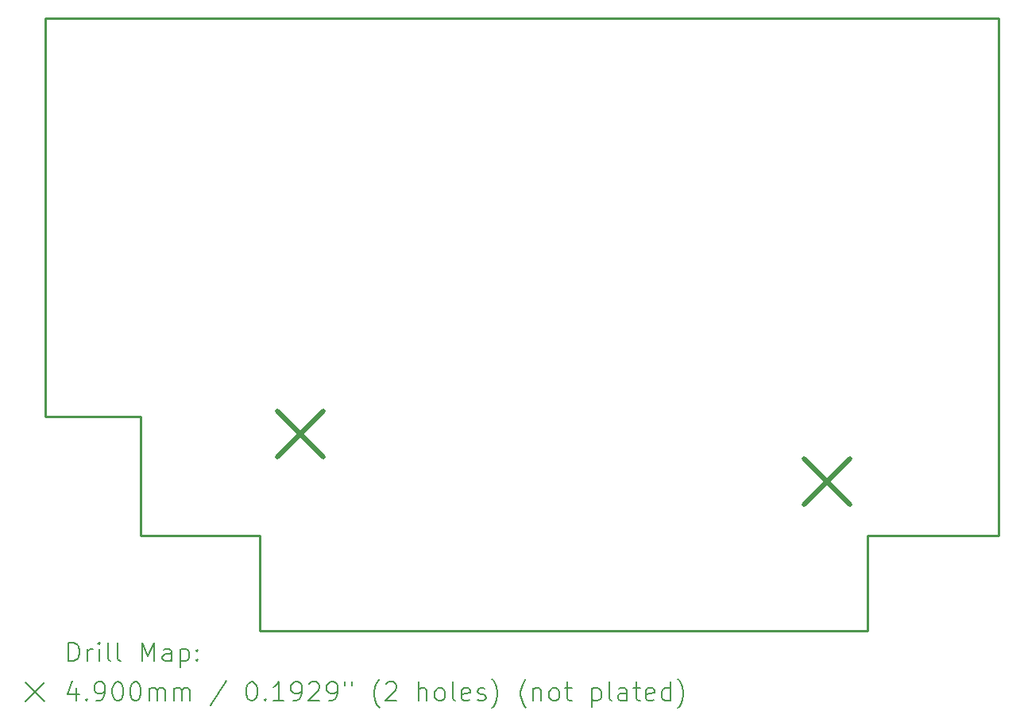
<source format=gbr>
%TF.GenerationSoftware,KiCad,Pcbnew,8.0.2-1.fc38*%
%TF.CreationDate,2024-06-21T20:30:13+02:00*%
%TF.ProjectId,msx_eprom_cartridge_3.1,6d73785f-6570-4726-9f6d-5f6361727472,rev?*%
%TF.SameCoordinates,Original*%
%TF.FileFunction,Drillmap*%
%TF.FilePolarity,Positive*%
%FSLAX45Y45*%
G04 Gerber Fmt 4.5, Leading zero omitted, Abs format (unit mm)*
G04 Created by KiCad (PCBNEW 8.0.2-1.fc38) date 2024-06-21 20:30:13*
%MOMM*%
%LPD*%
G01*
G04 APERTURE LIST*
%ADD10C,0.254000*%
%ADD11C,0.200000*%
%ADD12C,0.490000*%
G04 APERTURE END LIST*
D10*
X10160000Y-10414000D02*
X10160000Y-6165500D01*
X10160500Y-6165500D02*
X20319500Y-6165500D01*
X11176000Y-10414000D02*
X10160000Y-10414000D01*
X11176000Y-11684000D02*
X11176000Y-10414000D01*
X12446000Y-11684000D02*
X11176000Y-11684000D01*
X12446000Y-12700000D02*
X12446000Y-11684000D01*
X18923000Y-11684000D02*
X18923000Y-12700000D01*
X18923000Y-12700000D02*
X12446000Y-12700000D01*
X20320000Y-6165500D02*
X20320000Y-11684000D01*
X20320000Y-11684000D02*
X18923000Y-11684000D01*
D11*
D12*
X12629500Y-10350500D02*
X13119500Y-10840500D01*
X13119500Y-10350500D02*
X12629500Y-10840500D01*
X18249500Y-10860500D02*
X18739500Y-11350500D01*
X18739500Y-10860500D02*
X18249500Y-11350500D01*
D11*
X10408077Y-13024184D02*
X10408077Y-12824184D01*
X10408077Y-12824184D02*
X10455696Y-12824184D01*
X10455696Y-12824184D02*
X10484267Y-12833708D01*
X10484267Y-12833708D02*
X10503315Y-12852755D01*
X10503315Y-12852755D02*
X10512839Y-12871803D01*
X10512839Y-12871803D02*
X10522363Y-12909898D01*
X10522363Y-12909898D02*
X10522363Y-12938469D01*
X10522363Y-12938469D02*
X10512839Y-12976565D01*
X10512839Y-12976565D02*
X10503315Y-12995612D01*
X10503315Y-12995612D02*
X10484267Y-13014660D01*
X10484267Y-13014660D02*
X10455696Y-13024184D01*
X10455696Y-13024184D02*
X10408077Y-13024184D01*
X10608077Y-13024184D02*
X10608077Y-12890850D01*
X10608077Y-12928946D02*
X10617601Y-12909898D01*
X10617601Y-12909898D02*
X10627124Y-12900374D01*
X10627124Y-12900374D02*
X10646172Y-12890850D01*
X10646172Y-12890850D02*
X10665220Y-12890850D01*
X10731886Y-13024184D02*
X10731886Y-12890850D01*
X10731886Y-12824184D02*
X10722363Y-12833708D01*
X10722363Y-12833708D02*
X10731886Y-12843231D01*
X10731886Y-12843231D02*
X10741410Y-12833708D01*
X10741410Y-12833708D02*
X10731886Y-12824184D01*
X10731886Y-12824184D02*
X10731886Y-12843231D01*
X10855696Y-13024184D02*
X10836648Y-13014660D01*
X10836648Y-13014660D02*
X10827124Y-12995612D01*
X10827124Y-12995612D02*
X10827124Y-12824184D01*
X10960458Y-13024184D02*
X10941410Y-13014660D01*
X10941410Y-13014660D02*
X10931886Y-12995612D01*
X10931886Y-12995612D02*
X10931886Y-12824184D01*
X11189029Y-13024184D02*
X11189029Y-12824184D01*
X11189029Y-12824184D02*
X11255696Y-12967041D01*
X11255696Y-12967041D02*
X11322362Y-12824184D01*
X11322362Y-12824184D02*
X11322362Y-13024184D01*
X11503315Y-13024184D02*
X11503315Y-12919422D01*
X11503315Y-12919422D02*
X11493791Y-12900374D01*
X11493791Y-12900374D02*
X11474743Y-12890850D01*
X11474743Y-12890850D02*
X11436648Y-12890850D01*
X11436648Y-12890850D02*
X11417601Y-12900374D01*
X11503315Y-13014660D02*
X11484267Y-13024184D01*
X11484267Y-13024184D02*
X11436648Y-13024184D01*
X11436648Y-13024184D02*
X11417601Y-13014660D01*
X11417601Y-13014660D02*
X11408077Y-12995612D01*
X11408077Y-12995612D02*
X11408077Y-12976565D01*
X11408077Y-12976565D02*
X11417601Y-12957517D01*
X11417601Y-12957517D02*
X11436648Y-12947993D01*
X11436648Y-12947993D02*
X11484267Y-12947993D01*
X11484267Y-12947993D02*
X11503315Y-12938469D01*
X11598553Y-12890850D02*
X11598553Y-13090850D01*
X11598553Y-12900374D02*
X11617601Y-12890850D01*
X11617601Y-12890850D02*
X11655696Y-12890850D01*
X11655696Y-12890850D02*
X11674743Y-12900374D01*
X11674743Y-12900374D02*
X11684267Y-12909898D01*
X11684267Y-12909898D02*
X11693791Y-12928946D01*
X11693791Y-12928946D02*
X11693791Y-12986088D01*
X11693791Y-12986088D02*
X11684267Y-13005136D01*
X11684267Y-13005136D02*
X11674743Y-13014660D01*
X11674743Y-13014660D02*
X11655696Y-13024184D01*
X11655696Y-13024184D02*
X11617601Y-13024184D01*
X11617601Y-13024184D02*
X11598553Y-13014660D01*
X11779505Y-13005136D02*
X11789029Y-13014660D01*
X11789029Y-13014660D02*
X11779505Y-13024184D01*
X11779505Y-13024184D02*
X11769982Y-13014660D01*
X11769982Y-13014660D02*
X11779505Y-13005136D01*
X11779505Y-13005136D02*
X11779505Y-13024184D01*
X11779505Y-12900374D02*
X11789029Y-12909898D01*
X11789029Y-12909898D02*
X11779505Y-12919422D01*
X11779505Y-12919422D02*
X11769982Y-12909898D01*
X11769982Y-12909898D02*
X11779505Y-12900374D01*
X11779505Y-12900374D02*
X11779505Y-12919422D01*
X9947300Y-13252700D02*
X10147300Y-13452700D01*
X10147300Y-13252700D02*
X9947300Y-13452700D01*
X10493791Y-13310850D02*
X10493791Y-13444184D01*
X10446172Y-13234660D02*
X10398553Y-13377517D01*
X10398553Y-13377517D02*
X10522363Y-13377517D01*
X10598553Y-13425136D02*
X10608077Y-13434660D01*
X10608077Y-13434660D02*
X10598553Y-13444184D01*
X10598553Y-13444184D02*
X10589029Y-13434660D01*
X10589029Y-13434660D02*
X10598553Y-13425136D01*
X10598553Y-13425136D02*
X10598553Y-13444184D01*
X10703315Y-13444184D02*
X10741410Y-13444184D01*
X10741410Y-13444184D02*
X10760458Y-13434660D01*
X10760458Y-13434660D02*
X10769982Y-13425136D01*
X10769982Y-13425136D02*
X10789029Y-13396565D01*
X10789029Y-13396565D02*
X10798553Y-13358469D01*
X10798553Y-13358469D02*
X10798553Y-13282279D01*
X10798553Y-13282279D02*
X10789029Y-13263231D01*
X10789029Y-13263231D02*
X10779505Y-13253708D01*
X10779505Y-13253708D02*
X10760458Y-13244184D01*
X10760458Y-13244184D02*
X10722363Y-13244184D01*
X10722363Y-13244184D02*
X10703315Y-13253708D01*
X10703315Y-13253708D02*
X10693791Y-13263231D01*
X10693791Y-13263231D02*
X10684267Y-13282279D01*
X10684267Y-13282279D02*
X10684267Y-13329898D01*
X10684267Y-13329898D02*
X10693791Y-13348946D01*
X10693791Y-13348946D02*
X10703315Y-13358469D01*
X10703315Y-13358469D02*
X10722363Y-13367993D01*
X10722363Y-13367993D02*
X10760458Y-13367993D01*
X10760458Y-13367993D02*
X10779505Y-13358469D01*
X10779505Y-13358469D02*
X10789029Y-13348946D01*
X10789029Y-13348946D02*
X10798553Y-13329898D01*
X10922363Y-13244184D02*
X10941410Y-13244184D01*
X10941410Y-13244184D02*
X10960458Y-13253708D01*
X10960458Y-13253708D02*
X10969982Y-13263231D01*
X10969982Y-13263231D02*
X10979505Y-13282279D01*
X10979505Y-13282279D02*
X10989029Y-13320374D01*
X10989029Y-13320374D02*
X10989029Y-13367993D01*
X10989029Y-13367993D02*
X10979505Y-13406088D01*
X10979505Y-13406088D02*
X10969982Y-13425136D01*
X10969982Y-13425136D02*
X10960458Y-13434660D01*
X10960458Y-13434660D02*
X10941410Y-13444184D01*
X10941410Y-13444184D02*
X10922363Y-13444184D01*
X10922363Y-13444184D02*
X10903315Y-13434660D01*
X10903315Y-13434660D02*
X10893791Y-13425136D01*
X10893791Y-13425136D02*
X10884267Y-13406088D01*
X10884267Y-13406088D02*
X10874744Y-13367993D01*
X10874744Y-13367993D02*
X10874744Y-13320374D01*
X10874744Y-13320374D02*
X10884267Y-13282279D01*
X10884267Y-13282279D02*
X10893791Y-13263231D01*
X10893791Y-13263231D02*
X10903315Y-13253708D01*
X10903315Y-13253708D02*
X10922363Y-13244184D01*
X11112839Y-13244184D02*
X11131886Y-13244184D01*
X11131886Y-13244184D02*
X11150934Y-13253708D01*
X11150934Y-13253708D02*
X11160458Y-13263231D01*
X11160458Y-13263231D02*
X11169982Y-13282279D01*
X11169982Y-13282279D02*
X11179505Y-13320374D01*
X11179505Y-13320374D02*
X11179505Y-13367993D01*
X11179505Y-13367993D02*
X11169982Y-13406088D01*
X11169982Y-13406088D02*
X11160458Y-13425136D01*
X11160458Y-13425136D02*
X11150934Y-13434660D01*
X11150934Y-13434660D02*
X11131886Y-13444184D01*
X11131886Y-13444184D02*
X11112839Y-13444184D01*
X11112839Y-13444184D02*
X11093791Y-13434660D01*
X11093791Y-13434660D02*
X11084267Y-13425136D01*
X11084267Y-13425136D02*
X11074744Y-13406088D01*
X11074744Y-13406088D02*
X11065220Y-13367993D01*
X11065220Y-13367993D02*
X11065220Y-13320374D01*
X11065220Y-13320374D02*
X11074744Y-13282279D01*
X11074744Y-13282279D02*
X11084267Y-13263231D01*
X11084267Y-13263231D02*
X11093791Y-13253708D01*
X11093791Y-13253708D02*
X11112839Y-13244184D01*
X11265220Y-13444184D02*
X11265220Y-13310850D01*
X11265220Y-13329898D02*
X11274743Y-13320374D01*
X11274743Y-13320374D02*
X11293791Y-13310850D01*
X11293791Y-13310850D02*
X11322363Y-13310850D01*
X11322363Y-13310850D02*
X11341410Y-13320374D01*
X11341410Y-13320374D02*
X11350934Y-13339422D01*
X11350934Y-13339422D02*
X11350934Y-13444184D01*
X11350934Y-13339422D02*
X11360458Y-13320374D01*
X11360458Y-13320374D02*
X11379505Y-13310850D01*
X11379505Y-13310850D02*
X11408077Y-13310850D01*
X11408077Y-13310850D02*
X11427124Y-13320374D01*
X11427124Y-13320374D02*
X11436648Y-13339422D01*
X11436648Y-13339422D02*
X11436648Y-13444184D01*
X11531886Y-13444184D02*
X11531886Y-13310850D01*
X11531886Y-13329898D02*
X11541410Y-13320374D01*
X11541410Y-13320374D02*
X11560458Y-13310850D01*
X11560458Y-13310850D02*
X11589029Y-13310850D01*
X11589029Y-13310850D02*
X11608077Y-13320374D01*
X11608077Y-13320374D02*
X11617601Y-13339422D01*
X11617601Y-13339422D02*
X11617601Y-13444184D01*
X11617601Y-13339422D02*
X11627124Y-13320374D01*
X11627124Y-13320374D02*
X11646172Y-13310850D01*
X11646172Y-13310850D02*
X11674743Y-13310850D01*
X11674743Y-13310850D02*
X11693791Y-13320374D01*
X11693791Y-13320374D02*
X11703315Y-13339422D01*
X11703315Y-13339422D02*
X11703315Y-13444184D01*
X12093791Y-13234660D02*
X11922363Y-13491803D01*
X12350934Y-13244184D02*
X12369982Y-13244184D01*
X12369982Y-13244184D02*
X12389029Y-13253708D01*
X12389029Y-13253708D02*
X12398553Y-13263231D01*
X12398553Y-13263231D02*
X12408077Y-13282279D01*
X12408077Y-13282279D02*
X12417601Y-13320374D01*
X12417601Y-13320374D02*
X12417601Y-13367993D01*
X12417601Y-13367993D02*
X12408077Y-13406088D01*
X12408077Y-13406088D02*
X12398553Y-13425136D01*
X12398553Y-13425136D02*
X12389029Y-13434660D01*
X12389029Y-13434660D02*
X12369982Y-13444184D01*
X12369982Y-13444184D02*
X12350934Y-13444184D01*
X12350934Y-13444184D02*
X12331886Y-13434660D01*
X12331886Y-13434660D02*
X12322363Y-13425136D01*
X12322363Y-13425136D02*
X12312839Y-13406088D01*
X12312839Y-13406088D02*
X12303315Y-13367993D01*
X12303315Y-13367993D02*
X12303315Y-13320374D01*
X12303315Y-13320374D02*
X12312839Y-13282279D01*
X12312839Y-13282279D02*
X12322363Y-13263231D01*
X12322363Y-13263231D02*
X12331886Y-13253708D01*
X12331886Y-13253708D02*
X12350934Y-13244184D01*
X12503315Y-13425136D02*
X12512839Y-13434660D01*
X12512839Y-13434660D02*
X12503315Y-13444184D01*
X12503315Y-13444184D02*
X12493791Y-13434660D01*
X12493791Y-13434660D02*
X12503315Y-13425136D01*
X12503315Y-13425136D02*
X12503315Y-13444184D01*
X12703315Y-13444184D02*
X12589029Y-13444184D01*
X12646172Y-13444184D02*
X12646172Y-13244184D01*
X12646172Y-13244184D02*
X12627125Y-13272755D01*
X12627125Y-13272755D02*
X12608077Y-13291803D01*
X12608077Y-13291803D02*
X12589029Y-13301327D01*
X12798553Y-13444184D02*
X12836648Y-13444184D01*
X12836648Y-13444184D02*
X12855696Y-13434660D01*
X12855696Y-13434660D02*
X12865220Y-13425136D01*
X12865220Y-13425136D02*
X12884267Y-13396565D01*
X12884267Y-13396565D02*
X12893791Y-13358469D01*
X12893791Y-13358469D02*
X12893791Y-13282279D01*
X12893791Y-13282279D02*
X12884267Y-13263231D01*
X12884267Y-13263231D02*
X12874744Y-13253708D01*
X12874744Y-13253708D02*
X12855696Y-13244184D01*
X12855696Y-13244184D02*
X12817601Y-13244184D01*
X12817601Y-13244184D02*
X12798553Y-13253708D01*
X12798553Y-13253708D02*
X12789029Y-13263231D01*
X12789029Y-13263231D02*
X12779506Y-13282279D01*
X12779506Y-13282279D02*
X12779506Y-13329898D01*
X12779506Y-13329898D02*
X12789029Y-13348946D01*
X12789029Y-13348946D02*
X12798553Y-13358469D01*
X12798553Y-13358469D02*
X12817601Y-13367993D01*
X12817601Y-13367993D02*
X12855696Y-13367993D01*
X12855696Y-13367993D02*
X12874744Y-13358469D01*
X12874744Y-13358469D02*
X12884267Y-13348946D01*
X12884267Y-13348946D02*
X12893791Y-13329898D01*
X12969982Y-13263231D02*
X12979506Y-13253708D01*
X12979506Y-13253708D02*
X12998553Y-13244184D01*
X12998553Y-13244184D02*
X13046172Y-13244184D01*
X13046172Y-13244184D02*
X13065220Y-13253708D01*
X13065220Y-13253708D02*
X13074744Y-13263231D01*
X13074744Y-13263231D02*
X13084267Y-13282279D01*
X13084267Y-13282279D02*
X13084267Y-13301327D01*
X13084267Y-13301327D02*
X13074744Y-13329898D01*
X13074744Y-13329898D02*
X12960458Y-13444184D01*
X12960458Y-13444184D02*
X13084267Y-13444184D01*
X13179506Y-13444184D02*
X13217601Y-13444184D01*
X13217601Y-13444184D02*
X13236648Y-13434660D01*
X13236648Y-13434660D02*
X13246172Y-13425136D01*
X13246172Y-13425136D02*
X13265220Y-13396565D01*
X13265220Y-13396565D02*
X13274744Y-13358469D01*
X13274744Y-13358469D02*
X13274744Y-13282279D01*
X13274744Y-13282279D02*
X13265220Y-13263231D01*
X13265220Y-13263231D02*
X13255696Y-13253708D01*
X13255696Y-13253708D02*
X13236648Y-13244184D01*
X13236648Y-13244184D02*
X13198553Y-13244184D01*
X13198553Y-13244184D02*
X13179506Y-13253708D01*
X13179506Y-13253708D02*
X13169982Y-13263231D01*
X13169982Y-13263231D02*
X13160458Y-13282279D01*
X13160458Y-13282279D02*
X13160458Y-13329898D01*
X13160458Y-13329898D02*
X13169982Y-13348946D01*
X13169982Y-13348946D02*
X13179506Y-13358469D01*
X13179506Y-13358469D02*
X13198553Y-13367993D01*
X13198553Y-13367993D02*
X13236648Y-13367993D01*
X13236648Y-13367993D02*
X13255696Y-13358469D01*
X13255696Y-13358469D02*
X13265220Y-13348946D01*
X13265220Y-13348946D02*
X13274744Y-13329898D01*
X13350934Y-13244184D02*
X13350934Y-13282279D01*
X13427125Y-13244184D02*
X13427125Y-13282279D01*
X13722363Y-13520374D02*
X13712839Y-13510850D01*
X13712839Y-13510850D02*
X13693791Y-13482279D01*
X13693791Y-13482279D02*
X13684268Y-13463231D01*
X13684268Y-13463231D02*
X13674744Y-13434660D01*
X13674744Y-13434660D02*
X13665220Y-13387041D01*
X13665220Y-13387041D02*
X13665220Y-13348946D01*
X13665220Y-13348946D02*
X13674744Y-13301327D01*
X13674744Y-13301327D02*
X13684268Y-13272755D01*
X13684268Y-13272755D02*
X13693791Y-13253708D01*
X13693791Y-13253708D02*
X13712839Y-13225136D01*
X13712839Y-13225136D02*
X13722363Y-13215612D01*
X13789029Y-13263231D02*
X13798553Y-13253708D01*
X13798553Y-13253708D02*
X13817601Y-13244184D01*
X13817601Y-13244184D02*
X13865220Y-13244184D01*
X13865220Y-13244184D02*
X13884268Y-13253708D01*
X13884268Y-13253708D02*
X13893791Y-13263231D01*
X13893791Y-13263231D02*
X13903315Y-13282279D01*
X13903315Y-13282279D02*
X13903315Y-13301327D01*
X13903315Y-13301327D02*
X13893791Y-13329898D01*
X13893791Y-13329898D02*
X13779506Y-13444184D01*
X13779506Y-13444184D02*
X13903315Y-13444184D01*
X14141410Y-13444184D02*
X14141410Y-13244184D01*
X14227125Y-13444184D02*
X14227125Y-13339422D01*
X14227125Y-13339422D02*
X14217601Y-13320374D01*
X14217601Y-13320374D02*
X14198553Y-13310850D01*
X14198553Y-13310850D02*
X14169982Y-13310850D01*
X14169982Y-13310850D02*
X14150934Y-13320374D01*
X14150934Y-13320374D02*
X14141410Y-13329898D01*
X14350934Y-13444184D02*
X14331887Y-13434660D01*
X14331887Y-13434660D02*
X14322363Y-13425136D01*
X14322363Y-13425136D02*
X14312839Y-13406088D01*
X14312839Y-13406088D02*
X14312839Y-13348946D01*
X14312839Y-13348946D02*
X14322363Y-13329898D01*
X14322363Y-13329898D02*
X14331887Y-13320374D01*
X14331887Y-13320374D02*
X14350934Y-13310850D01*
X14350934Y-13310850D02*
X14379506Y-13310850D01*
X14379506Y-13310850D02*
X14398553Y-13320374D01*
X14398553Y-13320374D02*
X14408077Y-13329898D01*
X14408077Y-13329898D02*
X14417601Y-13348946D01*
X14417601Y-13348946D02*
X14417601Y-13406088D01*
X14417601Y-13406088D02*
X14408077Y-13425136D01*
X14408077Y-13425136D02*
X14398553Y-13434660D01*
X14398553Y-13434660D02*
X14379506Y-13444184D01*
X14379506Y-13444184D02*
X14350934Y-13444184D01*
X14531887Y-13444184D02*
X14512839Y-13434660D01*
X14512839Y-13434660D02*
X14503315Y-13415612D01*
X14503315Y-13415612D02*
X14503315Y-13244184D01*
X14684268Y-13434660D02*
X14665220Y-13444184D01*
X14665220Y-13444184D02*
X14627125Y-13444184D01*
X14627125Y-13444184D02*
X14608077Y-13434660D01*
X14608077Y-13434660D02*
X14598553Y-13415612D01*
X14598553Y-13415612D02*
X14598553Y-13339422D01*
X14598553Y-13339422D02*
X14608077Y-13320374D01*
X14608077Y-13320374D02*
X14627125Y-13310850D01*
X14627125Y-13310850D02*
X14665220Y-13310850D01*
X14665220Y-13310850D02*
X14684268Y-13320374D01*
X14684268Y-13320374D02*
X14693791Y-13339422D01*
X14693791Y-13339422D02*
X14693791Y-13358469D01*
X14693791Y-13358469D02*
X14598553Y-13377517D01*
X14769982Y-13434660D02*
X14789030Y-13444184D01*
X14789030Y-13444184D02*
X14827125Y-13444184D01*
X14827125Y-13444184D02*
X14846172Y-13434660D01*
X14846172Y-13434660D02*
X14855696Y-13415612D01*
X14855696Y-13415612D02*
X14855696Y-13406088D01*
X14855696Y-13406088D02*
X14846172Y-13387041D01*
X14846172Y-13387041D02*
X14827125Y-13377517D01*
X14827125Y-13377517D02*
X14798553Y-13377517D01*
X14798553Y-13377517D02*
X14779506Y-13367993D01*
X14779506Y-13367993D02*
X14769982Y-13348946D01*
X14769982Y-13348946D02*
X14769982Y-13339422D01*
X14769982Y-13339422D02*
X14779506Y-13320374D01*
X14779506Y-13320374D02*
X14798553Y-13310850D01*
X14798553Y-13310850D02*
X14827125Y-13310850D01*
X14827125Y-13310850D02*
X14846172Y-13320374D01*
X14922363Y-13520374D02*
X14931887Y-13510850D01*
X14931887Y-13510850D02*
X14950934Y-13482279D01*
X14950934Y-13482279D02*
X14960458Y-13463231D01*
X14960458Y-13463231D02*
X14969982Y-13434660D01*
X14969982Y-13434660D02*
X14979506Y-13387041D01*
X14979506Y-13387041D02*
X14979506Y-13348946D01*
X14979506Y-13348946D02*
X14969982Y-13301327D01*
X14969982Y-13301327D02*
X14960458Y-13272755D01*
X14960458Y-13272755D02*
X14950934Y-13253708D01*
X14950934Y-13253708D02*
X14931887Y-13225136D01*
X14931887Y-13225136D02*
X14922363Y-13215612D01*
X15284268Y-13520374D02*
X15274744Y-13510850D01*
X15274744Y-13510850D02*
X15255696Y-13482279D01*
X15255696Y-13482279D02*
X15246172Y-13463231D01*
X15246172Y-13463231D02*
X15236649Y-13434660D01*
X15236649Y-13434660D02*
X15227125Y-13387041D01*
X15227125Y-13387041D02*
X15227125Y-13348946D01*
X15227125Y-13348946D02*
X15236649Y-13301327D01*
X15236649Y-13301327D02*
X15246172Y-13272755D01*
X15246172Y-13272755D02*
X15255696Y-13253708D01*
X15255696Y-13253708D02*
X15274744Y-13225136D01*
X15274744Y-13225136D02*
X15284268Y-13215612D01*
X15360458Y-13310850D02*
X15360458Y-13444184D01*
X15360458Y-13329898D02*
X15369982Y-13320374D01*
X15369982Y-13320374D02*
X15389030Y-13310850D01*
X15389030Y-13310850D02*
X15417601Y-13310850D01*
X15417601Y-13310850D02*
X15436649Y-13320374D01*
X15436649Y-13320374D02*
X15446172Y-13339422D01*
X15446172Y-13339422D02*
X15446172Y-13444184D01*
X15569982Y-13444184D02*
X15550934Y-13434660D01*
X15550934Y-13434660D02*
X15541411Y-13425136D01*
X15541411Y-13425136D02*
X15531887Y-13406088D01*
X15531887Y-13406088D02*
X15531887Y-13348946D01*
X15531887Y-13348946D02*
X15541411Y-13329898D01*
X15541411Y-13329898D02*
X15550934Y-13320374D01*
X15550934Y-13320374D02*
X15569982Y-13310850D01*
X15569982Y-13310850D02*
X15598553Y-13310850D01*
X15598553Y-13310850D02*
X15617601Y-13320374D01*
X15617601Y-13320374D02*
X15627125Y-13329898D01*
X15627125Y-13329898D02*
X15636649Y-13348946D01*
X15636649Y-13348946D02*
X15636649Y-13406088D01*
X15636649Y-13406088D02*
X15627125Y-13425136D01*
X15627125Y-13425136D02*
X15617601Y-13434660D01*
X15617601Y-13434660D02*
X15598553Y-13444184D01*
X15598553Y-13444184D02*
X15569982Y-13444184D01*
X15693792Y-13310850D02*
X15769982Y-13310850D01*
X15722363Y-13244184D02*
X15722363Y-13415612D01*
X15722363Y-13415612D02*
X15731887Y-13434660D01*
X15731887Y-13434660D02*
X15750934Y-13444184D01*
X15750934Y-13444184D02*
X15769982Y-13444184D01*
X15989030Y-13310850D02*
X15989030Y-13510850D01*
X15989030Y-13320374D02*
X16008077Y-13310850D01*
X16008077Y-13310850D02*
X16046173Y-13310850D01*
X16046173Y-13310850D02*
X16065220Y-13320374D01*
X16065220Y-13320374D02*
X16074744Y-13329898D01*
X16074744Y-13329898D02*
X16084268Y-13348946D01*
X16084268Y-13348946D02*
X16084268Y-13406088D01*
X16084268Y-13406088D02*
X16074744Y-13425136D01*
X16074744Y-13425136D02*
X16065220Y-13434660D01*
X16065220Y-13434660D02*
X16046173Y-13444184D01*
X16046173Y-13444184D02*
X16008077Y-13444184D01*
X16008077Y-13444184D02*
X15989030Y-13434660D01*
X16198553Y-13444184D02*
X16179506Y-13434660D01*
X16179506Y-13434660D02*
X16169982Y-13415612D01*
X16169982Y-13415612D02*
X16169982Y-13244184D01*
X16360458Y-13444184D02*
X16360458Y-13339422D01*
X16360458Y-13339422D02*
X16350934Y-13320374D01*
X16350934Y-13320374D02*
X16331887Y-13310850D01*
X16331887Y-13310850D02*
X16293792Y-13310850D01*
X16293792Y-13310850D02*
X16274744Y-13320374D01*
X16360458Y-13434660D02*
X16341411Y-13444184D01*
X16341411Y-13444184D02*
X16293792Y-13444184D01*
X16293792Y-13444184D02*
X16274744Y-13434660D01*
X16274744Y-13434660D02*
X16265220Y-13415612D01*
X16265220Y-13415612D02*
X16265220Y-13396565D01*
X16265220Y-13396565D02*
X16274744Y-13377517D01*
X16274744Y-13377517D02*
X16293792Y-13367993D01*
X16293792Y-13367993D02*
X16341411Y-13367993D01*
X16341411Y-13367993D02*
X16360458Y-13358469D01*
X16427125Y-13310850D02*
X16503315Y-13310850D01*
X16455696Y-13244184D02*
X16455696Y-13415612D01*
X16455696Y-13415612D02*
X16465220Y-13434660D01*
X16465220Y-13434660D02*
X16484268Y-13444184D01*
X16484268Y-13444184D02*
X16503315Y-13444184D01*
X16646173Y-13434660D02*
X16627125Y-13444184D01*
X16627125Y-13444184D02*
X16589030Y-13444184D01*
X16589030Y-13444184D02*
X16569982Y-13434660D01*
X16569982Y-13434660D02*
X16560458Y-13415612D01*
X16560458Y-13415612D02*
X16560458Y-13339422D01*
X16560458Y-13339422D02*
X16569982Y-13320374D01*
X16569982Y-13320374D02*
X16589030Y-13310850D01*
X16589030Y-13310850D02*
X16627125Y-13310850D01*
X16627125Y-13310850D02*
X16646173Y-13320374D01*
X16646173Y-13320374D02*
X16655696Y-13339422D01*
X16655696Y-13339422D02*
X16655696Y-13358469D01*
X16655696Y-13358469D02*
X16560458Y-13377517D01*
X16827125Y-13444184D02*
X16827125Y-13244184D01*
X16827125Y-13434660D02*
X16808077Y-13444184D01*
X16808077Y-13444184D02*
X16769982Y-13444184D01*
X16769982Y-13444184D02*
X16750934Y-13434660D01*
X16750934Y-13434660D02*
X16741411Y-13425136D01*
X16741411Y-13425136D02*
X16731887Y-13406088D01*
X16731887Y-13406088D02*
X16731887Y-13348946D01*
X16731887Y-13348946D02*
X16741411Y-13329898D01*
X16741411Y-13329898D02*
X16750934Y-13320374D01*
X16750934Y-13320374D02*
X16769982Y-13310850D01*
X16769982Y-13310850D02*
X16808077Y-13310850D01*
X16808077Y-13310850D02*
X16827125Y-13320374D01*
X16903316Y-13520374D02*
X16912839Y-13510850D01*
X16912839Y-13510850D02*
X16931887Y-13482279D01*
X16931887Y-13482279D02*
X16941411Y-13463231D01*
X16941411Y-13463231D02*
X16950935Y-13434660D01*
X16950935Y-13434660D02*
X16960458Y-13387041D01*
X16960458Y-13387041D02*
X16960458Y-13348946D01*
X16960458Y-13348946D02*
X16950935Y-13301327D01*
X16950935Y-13301327D02*
X16941411Y-13272755D01*
X16941411Y-13272755D02*
X16931887Y-13253708D01*
X16931887Y-13253708D02*
X16912839Y-13225136D01*
X16912839Y-13225136D02*
X16903316Y-13215612D01*
M02*

</source>
